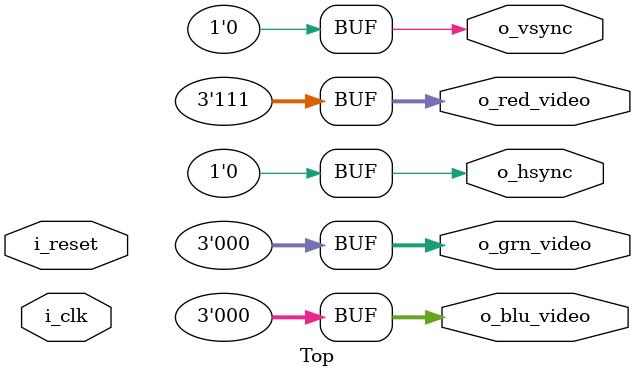
<source format=sv>


// Note: Comment out this line when building in iCEcube2:
//`include "Sync_To_Count.v"


module Top 
 #(parameter SUB_PIXEL_WIDTH = 3,
   parameter TOTAL_COLS = 800,
   parameter TOTAL_ROWS = 525,
   parameter ACTIVE_COLS = 640,
   parameter ACTIVE_ROWS = 480)
  (input wire i_clk,
   input wire i_reset,
   output reg o_hsync = 0,
   output reg o_vsync = 0,
   output reg [SUB_PIXEL_WIDTH-1:0] o_red_video,
   output reg [SUB_PIXEL_WIDTH-1:0] o_grn_video,
   output reg [SUB_PIXEL_WIDTH-1:0] o_blu_video);
  
  VgaClock vga_clock (
    .i_clk(i_clk),
    .i_reset(i_reset),
    .o_hsync(o_hsync),
    .o_vsync(o_vsync)
  );

  assign o_red_video = 3'b111;
  assign o_grn_video = 3'b000;
  assign o_blu_video = 3'b000;

  // wire w_VSync;
  // wire w_HSync;
  
  
  // // Patterns have 16 indexes (0 to 15) and can be g_Video_Width bits wide
  // wire [SUB_PIXEL_WIDTH-1:0] Pattern_Red[0:15];
  // wire [SUB_PIXEL_WIDTH-1:0] Pattern_Grn[0:15];
  // wire [SUB_PIXEL_WIDTH-1:0] Pattern_Blu[0:15];
  
  // // Make these unsigned counters (always positive)
  // wire [9:0] w_Col_Count;
  // wire [9:0] w_Row_Count;

  // wire [6:0] w_Bar_Width;
  // wire [2:0] w_Bar_Select;
  
  // Sync_To_Count #(.TOTAL_COLS(TOTAL_COLS),
  //                 .TOTAL_ROWS(TOTAL_ROWS))
  
  // UUT (.i_Clk      (i_Clk),
  //      .i_HSync    (i_HSync),
  //      .i_VSync    (i_VSync),
  //      .o_HSync    (w_HSync),
  //      .o_VSync    (w_VSync),
  //      .o_Col_Count(w_Col_Count),
  //      .o_Row_Count(w_Row_Count)
  //     );
	  
  
  // // Register syncs to align with output data.
  // always_ff @(posedge i_Clk)
  // begin
  //   o_vsync <= w_vsync;
  //   o_hsync <= w_hsync;
  // end
  

endmodule

</source>
